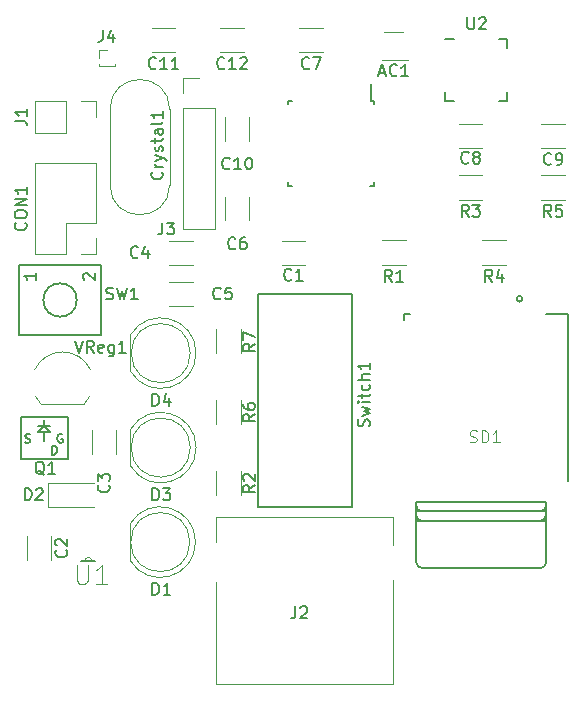
<source format=gto>
G04 #@! TF.FileFunction,Legend,Top*
%FSLAX46Y46*%
G04 Gerber Fmt 4.6, Leading zero omitted, Abs format (unit mm)*
G04 Created by KiCad (PCBNEW 4.0.7) date Sat Jan 27 20:56:11 2018*
%MOMM*%
%LPD*%
G01*
G04 APERTURE LIST*
%ADD10C,0.100000*%
%ADD11C,0.120000*%
%ADD12C,0.150000*%
%ADD13C,0.127000*%
%ADD14C,0.200000*%
%ADD15C,0.152400*%
%ADD16C,0.050000*%
G04 APERTURE END LIST*
D10*
D11*
X102475000Y-77260000D02*
X102475000Y-70860000D01*
X107525000Y-77260000D02*
X107525000Y-70860000D01*
X107525000Y-77260000D02*
G75*
G02X102475000Y-77260000I-2525000J0D01*
G01*
X107525000Y-70860000D02*
G75*
G03X102475000Y-70860000I-2525000J0D01*
G01*
X109720000Y-107500462D02*
G75*
G03X104170000Y-105955170I-2990000J462D01*
G01*
X109720000Y-107499538D02*
G75*
G02X104170000Y-109044830I-2990000J-462D01*
G01*
X109230000Y-107500000D02*
G75*
G03X109230000Y-107500000I-2500000J0D01*
G01*
X104170000Y-105955000D02*
X104170000Y-109045000D01*
X97250000Y-102500000D02*
X97250000Y-104500000D01*
X97250000Y-104500000D02*
X101150000Y-104500000D01*
X97250000Y-102500000D02*
X101150000Y-102500000D01*
X96130000Y-70170000D02*
X96130000Y-72830000D01*
X98730000Y-70170000D02*
X96130000Y-70170000D01*
X98730000Y-72830000D02*
X96130000Y-72830000D01*
X98730000Y-70170000D02*
X98730000Y-72830000D01*
X100000000Y-70170000D02*
X101330000Y-70170000D01*
X101330000Y-70170000D02*
X101330000Y-71500000D01*
X126460000Y-105390000D02*
X126460000Y-107720000D01*
X111470000Y-105390000D02*
X111470000Y-107510000D01*
X126460000Y-105390000D02*
X111470000Y-105390000D01*
X126460000Y-119480000D02*
X111470000Y-119480000D01*
X126460000Y-110680000D02*
X126460000Y-119480000D01*
X111470000Y-110880000D02*
X111470000Y-119480000D01*
D12*
X115000000Y-86500000D02*
X115000000Y-104500000D01*
X115000000Y-86500000D02*
X123000000Y-86500000D01*
X123000000Y-86500000D02*
X123000000Y-104500000D01*
X115000000Y-104500000D02*
X123000000Y-104500000D01*
D11*
X125500000Y-66650000D02*
X127700000Y-66650000D01*
X125700000Y-64350000D02*
X127300000Y-64350000D01*
D12*
X136125000Y-64875000D02*
X136125000Y-65625000D01*
X130875000Y-70125000D02*
X130875000Y-69375000D01*
X136125000Y-70125000D02*
X136125000Y-69375000D01*
X130875000Y-64875000D02*
X131625000Y-64875000D01*
X130875000Y-70125000D02*
X131625000Y-70125000D01*
X136125000Y-70125000D02*
X135375000Y-70125000D01*
X136125000Y-64875000D02*
X135375000Y-64875000D01*
D11*
X101330000Y-75380000D02*
X96130000Y-75380000D01*
X101330000Y-80520000D02*
X101330000Y-75380000D01*
X96130000Y-83120000D02*
X96130000Y-75380000D01*
X101330000Y-80520000D02*
X98730000Y-80520000D01*
X98730000Y-80520000D02*
X98730000Y-83120000D01*
X98730000Y-83120000D02*
X96130000Y-83120000D01*
X101330000Y-81790000D02*
X101330000Y-83120000D01*
X101330000Y-83120000D02*
X100000000Y-83120000D01*
X109760000Y-99500462D02*
G75*
G03X104210000Y-97955170I-2990000J462D01*
G01*
X109760000Y-99499538D02*
G75*
G02X104210000Y-101044830I-2990000J-462D01*
G01*
X109270000Y-99500000D02*
G75*
G03X109270000Y-99500000I-2500000J0D01*
G01*
X104210000Y-97955000D02*
X104210000Y-101045000D01*
X109760000Y-91500462D02*
G75*
G03X104210000Y-89955170I-2990000J462D01*
G01*
X109760000Y-91499538D02*
G75*
G02X104210000Y-93044830I-2990000J-462D01*
G01*
X109270000Y-91500000D02*
G75*
G03X109270000Y-91500000I-2500000J0D01*
G01*
X104210000Y-89955000D02*
X104210000Y-93045000D01*
X113570000Y-95500000D02*
X113570000Y-97500000D01*
X111430000Y-97500000D02*
X111430000Y-95500000D01*
X113570000Y-89500000D02*
X113570000Y-91500000D01*
X111430000Y-91500000D02*
X111430000Y-89500000D01*
D13*
X139400000Y-104400000D02*
X139400000Y-104900000D01*
X139400000Y-104900000D02*
X138900000Y-104900000D01*
X138900000Y-104900000D02*
X128900000Y-104900000D01*
X128900000Y-104900000D02*
X128400000Y-104900000D01*
X128400000Y-104900000D02*
X128400000Y-104400000D01*
X139400000Y-105200000D02*
X139400000Y-105700000D01*
X139400000Y-105700000D02*
X138900000Y-105700000D01*
X138900000Y-105700000D02*
X128900000Y-105700000D01*
X128900000Y-105700000D02*
X128400000Y-105700000D01*
X128400000Y-105700000D02*
X128400000Y-105200000D01*
X128400000Y-104100000D02*
X139400000Y-104100000D01*
X138900000Y-109700000D02*
X128900000Y-109700000D01*
X139400000Y-104100000D02*
X139400000Y-104400000D01*
X139400000Y-104400000D02*
G75*
G02X138900000Y-104900000I-500000J0D01*
G01*
X139400000Y-104900000D02*
X139400000Y-105200000D01*
X139400000Y-105200000D02*
G75*
G02X138900000Y-105700000I-500000J0D01*
G01*
X139400000Y-105700000D02*
X139400000Y-109200000D01*
X139400000Y-109200000D02*
G75*
G02X138900000Y-109700000I-500000J0D01*
G01*
X128400000Y-104100000D02*
X128400000Y-104400000D01*
X128400000Y-104400000D02*
G75*
G03X128900000Y-104900000I500000J0D01*
G01*
X128400000Y-104900000D02*
X128400000Y-105200000D01*
X128400000Y-105200000D02*
G75*
G03X128900000Y-105700000I500000J0D01*
G01*
X128400000Y-105700000D02*
X128400000Y-109200000D01*
X128400000Y-109200000D02*
G75*
G03X128900000Y-109700000I500000J0D01*
G01*
X127850000Y-88150000D02*
X127400000Y-88150000D01*
X127400000Y-88150000D02*
X127400000Y-88700000D01*
X139400000Y-88150000D02*
X141250000Y-88150000D01*
X141250000Y-88150000D02*
X141250000Y-102300000D01*
D14*
X137400000Y-86900000D02*
G75*
G03X137400000Y-86900000I-250000J0D01*
G01*
D11*
X101505000Y-67185000D02*
X102895000Y-67185000D01*
X101505000Y-67185000D02*
X101505000Y-67060000D01*
X102895000Y-67185000D02*
X102895000Y-67060000D01*
X101505000Y-67185000D02*
X101591724Y-67185000D01*
X102808276Y-67185000D02*
X102895000Y-67185000D01*
X101505000Y-66500000D02*
X101505000Y-65815000D01*
X101505000Y-65815000D02*
X102200000Y-65815000D01*
X125500000Y-81930000D02*
X127500000Y-81930000D01*
X127500000Y-84070000D02*
X125500000Y-84070000D01*
X113570000Y-101500000D02*
X113570000Y-103500000D01*
X111430000Y-103500000D02*
X111430000Y-101500000D01*
X134000000Y-78570000D02*
X132000000Y-78570000D01*
X132000000Y-76430000D02*
X134000000Y-76430000D01*
X136000000Y-84070000D02*
X134000000Y-84070000D01*
X134000000Y-81930000D02*
X136000000Y-81930000D01*
X139000000Y-76430000D02*
X141000000Y-76430000D01*
X141000000Y-78570000D02*
X139000000Y-78570000D01*
D15*
X100018400Y-109109400D02*
X100323200Y-109109400D01*
X100323200Y-109109400D02*
X100932800Y-109109400D01*
X100932800Y-109109400D02*
X101237600Y-109109400D01*
D10*
X100323200Y-109109400D02*
G75*
G02X100932800Y-109109400I304800J0D01*
G01*
D11*
X108670000Y-80990000D02*
X111330000Y-80990000D01*
X108670000Y-70770000D02*
X108670000Y-80990000D01*
X111330000Y-70770000D02*
X111330000Y-80990000D01*
X108670000Y-70770000D02*
X111330000Y-70770000D01*
X108670000Y-69500000D02*
X108670000Y-68170000D01*
X108670000Y-68170000D02*
X110000000Y-68170000D01*
X117000000Y-84020000D02*
X119000000Y-84020000D01*
X119000000Y-81980000D02*
X117000000Y-81980000D01*
X97520000Y-109000000D02*
X97520000Y-107000000D01*
X95480000Y-107000000D02*
X95480000Y-109000000D01*
X100980000Y-98000000D02*
X100980000Y-100000000D01*
X103020000Y-100000000D02*
X103020000Y-98000000D01*
X107500000Y-84020000D02*
X109500000Y-84020000D01*
X109500000Y-81980000D02*
X107500000Y-81980000D01*
X109500000Y-85480000D02*
X107500000Y-85480000D01*
X107500000Y-87520000D02*
X109500000Y-87520000D01*
X114270000Y-80250000D02*
X114270000Y-78250000D01*
X112230000Y-78250000D02*
X112230000Y-80250000D01*
X120500000Y-63980000D02*
X118500000Y-63980000D01*
X118500000Y-66020000D02*
X120500000Y-66020000D01*
X134000000Y-72080000D02*
X132000000Y-72080000D01*
X132000000Y-74120000D02*
X134000000Y-74120000D01*
X141000000Y-72080000D02*
X139000000Y-72080000D01*
X139000000Y-74120000D02*
X141000000Y-74120000D01*
X112230000Y-71500000D02*
X112230000Y-73500000D01*
X114270000Y-73500000D02*
X114270000Y-71500000D01*
X96660000Y-95850000D02*
X100260000Y-95850000D01*
X96135816Y-95122795D02*
G75*
G03X96660000Y-95850000I2324184J1122795D01*
G01*
X96103600Y-92901193D02*
G75*
G02X98460000Y-91400000I2356400J-1098807D01*
G01*
X100816400Y-92901193D02*
G75*
G03X98460000Y-91400000I-2356400J-1098807D01*
G01*
X100784184Y-95122795D02*
G75*
G02X100260000Y-95850000I-2324184J1122795D01*
G01*
X106000000Y-66020000D02*
X108000000Y-66020000D01*
X108000000Y-63980000D02*
X106000000Y-63980000D01*
X111800000Y-66020000D02*
X113800000Y-66020000D01*
X113800000Y-63980000D02*
X111800000Y-63980000D01*
D12*
X124825000Y-70125000D02*
X124600000Y-70125000D01*
X124825000Y-77375000D02*
X124500000Y-77375000D01*
X117575000Y-77375000D02*
X117900000Y-77375000D01*
X117575000Y-70125000D02*
X117900000Y-70125000D01*
X124825000Y-70125000D02*
X124825000Y-70450000D01*
X117575000Y-70125000D02*
X117575000Y-70450000D01*
X117575000Y-77375000D02*
X117575000Y-77050000D01*
X124825000Y-77375000D02*
X124825000Y-77050000D01*
X124600000Y-70125000D02*
X124600000Y-68700000D01*
X96900000Y-97700000D02*
X96900000Y-97200000D01*
X96900000Y-98950000D02*
X96900000Y-98200000D01*
X96400000Y-98200000D02*
X97400000Y-98200000D01*
X96900000Y-97700000D02*
X96400000Y-98200000D01*
X97400000Y-98200000D02*
X96900000Y-97700000D01*
X97400000Y-97700000D02*
X96400000Y-97700000D01*
X98900000Y-96950000D02*
X98900000Y-100450000D01*
X94900000Y-96950000D02*
X98900000Y-96950000D01*
X94900000Y-100450000D02*
X94900000Y-96950000D01*
X98900000Y-100450000D02*
X94900000Y-100450000D01*
X99664214Y-87000000D02*
G75*
G03X99664214Y-87000000I-1414214J0D01*
G01*
X101750000Y-90000000D02*
X94750000Y-90000000D01*
X101750000Y-84000000D02*
X101750000Y-90000000D01*
X94750000Y-84000000D02*
X101750000Y-84000000D01*
X94750000Y-90000000D02*
X94750000Y-84000000D01*
X106857143Y-76161905D02*
X106904762Y-76209524D01*
X106952381Y-76352381D01*
X106952381Y-76447619D01*
X106904762Y-76590477D01*
X106809524Y-76685715D01*
X106714286Y-76733334D01*
X106523810Y-76780953D01*
X106380952Y-76780953D01*
X106190476Y-76733334D01*
X106095238Y-76685715D01*
X106000000Y-76590477D01*
X105952381Y-76447619D01*
X105952381Y-76352381D01*
X106000000Y-76209524D01*
X106047619Y-76161905D01*
X106952381Y-75733334D02*
X106285714Y-75733334D01*
X106476190Y-75733334D02*
X106380952Y-75685715D01*
X106333333Y-75638096D01*
X106285714Y-75542858D01*
X106285714Y-75447619D01*
X106285714Y-75209524D02*
X106952381Y-74971429D01*
X106285714Y-74733333D02*
X106952381Y-74971429D01*
X107190476Y-75066667D01*
X107238095Y-75114286D01*
X107285714Y-75209524D01*
X106904762Y-74400000D02*
X106952381Y-74304762D01*
X106952381Y-74114286D01*
X106904762Y-74019047D01*
X106809524Y-73971428D01*
X106761905Y-73971428D01*
X106666667Y-74019047D01*
X106619048Y-74114286D01*
X106619048Y-74257143D01*
X106571429Y-74352381D01*
X106476190Y-74400000D01*
X106428571Y-74400000D01*
X106333333Y-74352381D01*
X106285714Y-74257143D01*
X106285714Y-74114286D01*
X106333333Y-74019047D01*
X106285714Y-73685714D02*
X106285714Y-73304762D01*
X105952381Y-73542857D02*
X106809524Y-73542857D01*
X106904762Y-73495238D01*
X106952381Y-73400000D01*
X106952381Y-73304762D01*
X106952381Y-72542856D02*
X106428571Y-72542856D01*
X106333333Y-72590475D01*
X106285714Y-72685713D01*
X106285714Y-72876190D01*
X106333333Y-72971428D01*
X106904762Y-72542856D02*
X106952381Y-72638094D01*
X106952381Y-72876190D01*
X106904762Y-72971428D01*
X106809524Y-73019047D01*
X106714286Y-73019047D01*
X106619048Y-72971428D01*
X106571429Y-72876190D01*
X106571429Y-72638094D01*
X106523810Y-72542856D01*
X106952381Y-71923809D02*
X106904762Y-72019047D01*
X106809524Y-72066666D01*
X105952381Y-72066666D01*
X106952381Y-71019046D02*
X106952381Y-71590475D01*
X106952381Y-71304761D02*
X105952381Y-71304761D01*
X106095238Y-71399999D01*
X106190476Y-71495237D01*
X106238095Y-71590475D01*
X106061905Y-111952381D02*
X106061905Y-110952381D01*
X106300000Y-110952381D01*
X106442858Y-111000000D01*
X106538096Y-111095238D01*
X106585715Y-111190476D01*
X106633334Y-111380952D01*
X106633334Y-111523810D01*
X106585715Y-111714286D01*
X106538096Y-111809524D01*
X106442858Y-111904762D01*
X106300000Y-111952381D01*
X106061905Y-111952381D01*
X107585715Y-111952381D02*
X107014286Y-111952381D01*
X107300000Y-111952381D02*
X107300000Y-110952381D01*
X107204762Y-111095238D01*
X107109524Y-111190476D01*
X107014286Y-111238095D01*
X95261905Y-103952381D02*
X95261905Y-102952381D01*
X95500000Y-102952381D01*
X95642858Y-103000000D01*
X95738096Y-103095238D01*
X95785715Y-103190476D01*
X95833334Y-103380952D01*
X95833334Y-103523810D01*
X95785715Y-103714286D01*
X95738096Y-103809524D01*
X95642858Y-103904762D01*
X95500000Y-103952381D01*
X95261905Y-103952381D01*
X96214286Y-103047619D02*
X96261905Y-103000000D01*
X96357143Y-102952381D01*
X96595239Y-102952381D01*
X96690477Y-103000000D01*
X96738096Y-103047619D01*
X96785715Y-103142857D01*
X96785715Y-103238095D01*
X96738096Y-103380952D01*
X96166667Y-103952381D01*
X96785715Y-103952381D01*
X94452381Y-71833333D02*
X95166667Y-71833333D01*
X95309524Y-71880953D01*
X95404762Y-71976191D01*
X95452381Y-72119048D01*
X95452381Y-72214286D01*
X95452381Y-70833333D02*
X95452381Y-71404762D01*
X95452381Y-71119048D02*
X94452381Y-71119048D01*
X94595238Y-71214286D01*
X94690476Y-71309524D01*
X94738095Y-71404762D01*
X118166667Y-112952381D02*
X118166667Y-113666667D01*
X118119047Y-113809524D01*
X118023809Y-113904762D01*
X117880952Y-113952381D01*
X117785714Y-113952381D01*
X118595238Y-113047619D02*
X118642857Y-113000000D01*
X118738095Y-112952381D01*
X118976191Y-112952381D01*
X119071429Y-113000000D01*
X119119048Y-113047619D01*
X119166667Y-113142857D01*
X119166667Y-113238095D01*
X119119048Y-113380952D01*
X118547619Y-113952381D01*
X119166667Y-113952381D01*
X124404762Y-97690476D02*
X124452381Y-97547619D01*
X124452381Y-97309523D01*
X124404762Y-97214285D01*
X124357143Y-97166666D01*
X124261905Y-97119047D01*
X124166667Y-97119047D01*
X124071429Y-97166666D01*
X124023810Y-97214285D01*
X123976190Y-97309523D01*
X123928571Y-97500000D01*
X123880952Y-97595238D01*
X123833333Y-97642857D01*
X123738095Y-97690476D01*
X123642857Y-97690476D01*
X123547619Y-97642857D01*
X123500000Y-97595238D01*
X123452381Y-97500000D01*
X123452381Y-97261904D01*
X123500000Y-97119047D01*
X123785714Y-96785714D02*
X124452381Y-96595238D01*
X123976190Y-96404761D01*
X124452381Y-96214285D01*
X123785714Y-96023809D01*
X124452381Y-95642857D02*
X123785714Y-95642857D01*
X123452381Y-95642857D02*
X123500000Y-95690476D01*
X123547619Y-95642857D01*
X123500000Y-95595238D01*
X123452381Y-95642857D01*
X123547619Y-95642857D01*
X123785714Y-95309524D02*
X123785714Y-94928572D01*
X123452381Y-95166667D02*
X124309524Y-95166667D01*
X124404762Y-95119048D01*
X124452381Y-95023810D01*
X124452381Y-94928572D01*
X124404762Y-94166666D02*
X124452381Y-94261904D01*
X124452381Y-94452381D01*
X124404762Y-94547619D01*
X124357143Y-94595238D01*
X124261905Y-94642857D01*
X123976190Y-94642857D01*
X123880952Y-94595238D01*
X123833333Y-94547619D01*
X123785714Y-94452381D01*
X123785714Y-94261904D01*
X123833333Y-94166666D01*
X124452381Y-93738095D02*
X123452381Y-93738095D01*
X124452381Y-93309523D02*
X123928571Y-93309523D01*
X123833333Y-93357142D01*
X123785714Y-93452380D01*
X123785714Y-93595238D01*
X123833333Y-93690476D01*
X123880952Y-93738095D01*
X124452381Y-92309523D02*
X124452381Y-92880952D01*
X124452381Y-92595238D02*
X123452381Y-92595238D01*
X123595238Y-92690476D01*
X123690476Y-92785714D01*
X123738095Y-92880952D01*
X125285714Y-67766667D02*
X125761905Y-67766667D01*
X125190476Y-68052381D02*
X125523809Y-67052381D01*
X125857143Y-68052381D01*
X126761905Y-67957143D02*
X126714286Y-68004762D01*
X126571429Y-68052381D01*
X126476191Y-68052381D01*
X126333333Y-68004762D01*
X126238095Y-67909524D01*
X126190476Y-67814286D01*
X126142857Y-67623810D01*
X126142857Y-67480952D01*
X126190476Y-67290476D01*
X126238095Y-67195238D01*
X126333333Y-67100000D01*
X126476191Y-67052381D01*
X126571429Y-67052381D01*
X126714286Y-67100000D01*
X126761905Y-67147619D01*
X127714286Y-68052381D02*
X127142857Y-68052381D01*
X127428571Y-68052381D02*
X127428571Y-67052381D01*
X127333333Y-67195238D01*
X127238095Y-67290476D01*
X127142857Y-67338095D01*
X132738095Y-63077381D02*
X132738095Y-63886905D01*
X132785714Y-63982143D01*
X132833333Y-64029762D01*
X132928571Y-64077381D01*
X133119048Y-64077381D01*
X133214286Y-64029762D01*
X133261905Y-63982143D01*
X133309524Y-63886905D01*
X133309524Y-63077381D01*
X133738095Y-63172619D02*
X133785714Y-63125000D01*
X133880952Y-63077381D01*
X134119048Y-63077381D01*
X134214286Y-63125000D01*
X134261905Y-63172619D01*
X134309524Y-63267857D01*
X134309524Y-63363095D01*
X134261905Y-63505952D01*
X133690476Y-64077381D01*
X134309524Y-64077381D01*
X95317143Y-80464285D02*
X95364762Y-80511904D01*
X95412381Y-80654761D01*
X95412381Y-80749999D01*
X95364762Y-80892857D01*
X95269524Y-80988095D01*
X95174286Y-81035714D01*
X94983810Y-81083333D01*
X94840952Y-81083333D01*
X94650476Y-81035714D01*
X94555238Y-80988095D01*
X94460000Y-80892857D01*
X94412381Y-80749999D01*
X94412381Y-80654761D01*
X94460000Y-80511904D01*
X94507619Y-80464285D01*
X94412381Y-79845238D02*
X94412381Y-79654761D01*
X94460000Y-79559523D01*
X94555238Y-79464285D01*
X94745714Y-79416666D01*
X95079048Y-79416666D01*
X95269524Y-79464285D01*
X95364762Y-79559523D01*
X95412381Y-79654761D01*
X95412381Y-79845238D01*
X95364762Y-79940476D01*
X95269524Y-80035714D01*
X95079048Y-80083333D01*
X94745714Y-80083333D01*
X94555238Y-80035714D01*
X94460000Y-79940476D01*
X94412381Y-79845238D01*
X95412381Y-78988095D02*
X94412381Y-78988095D01*
X95412381Y-78416666D01*
X94412381Y-78416666D01*
X95412381Y-77416666D02*
X95412381Y-77988095D01*
X95412381Y-77702381D02*
X94412381Y-77702381D01*
X94555238Y-77797619D01*
X94650476Y-77892857D01*
X94698095Y-77988095D01*
X106061905Y-103952381D02*
X106061905Y-102952381D01*
X106300000Y-102952381D01*
X106442858Y-103000000D01*
X106538096Y-103095238D01*
X106585715Y-103190476D01*
X106633334Y-103380952D01*
X106633334Y-103523810D01*
X106585715Y-103714286D01*
X106538096Y-103809524D01*
X106442858Y-103904762D01*
X106300000Y-103952381D01*
X106061905Y-103952381D01*
X106966667Y-102952381D02*
X107585715Y-102952381D01*
X107252381Y-103333333D01*
X107395239Y-103333333D01*
X107490477Y-103380952D01*
X107538096Y-103428571D01*
X107585715Y-103523810D01*
X107585715Y-103761905D01*
X107538096Y-103857143D01*
X107490477Y-103904762D01*
X107395239Y-103952381D01*
X107109524Y-103952381D01*
X107014286Y-103904762D01*
X106966667Y-103857143D01*
X106061905Y-95952381D02*
X106061905Y-94952381D01*
X106300000Y-94952381D01*
X106442858Y-95000000D01*
X106538096Y-95095238D01*
X106585715Y-95190476D01*
X106633334Y-95380952D01*
X106633334Y-95523810D01*
X106585715Y-95714286D01*
X106538096Y-95809524D01*
X106442858Y-95904762D01*
X106300000Y-95952381D01*
X106061905Y-95952381D01*
X107490477Y-95285714D02*
X107490477Y-95952381D01*
X107252381Y-94904762D02*
X107014286Y-95619048D01*
X107633334Y-95619048D01*
X114752381Y-96666666D02*
X114276190Y-97000000D01*
X114752381Y-97238095D02*
X113752381Y-97238095D01*
X113752381Y-96857142D01*
X113800000Y-96761904D01*
X113847619Y-96714285D01*
X113942857Y-96666666D01*
X114085714Y-96666666D01*
X114180952Y-96714285D01*
X114228571Y-96761904D01*
X114276190Y-96857142D01*
X114276190Y-97238095D01*
X113752381Y-95809523D02*
X113752381Y-96000000D01*
X113800000Y-96095238D01*
X113847619Y-96142857D01*
X113990476Y-96238095D01*
X114180952Y-96285714D01*
X114561905Y-96285714D01*
X114657143Y-96238095D01*
X114704762Y-96190476D01*
X114752381Y-96095238D01*
X114752381Y-95904761D01*
X114704762Y-95809523D01*
X114657143Y-95761904D01*
X114561905Y-95714285D01*
X114323810Y-95714285D01*
X114228571Y-95761904D01*
X114180952Y-95809523D01*
X114133333Y-95904761D01*
X114133333Y-96095238D01*
X114180952Y-96190476D01*
X114228571Y-96238095D01*
X114323810Y-96285714D01*
X114752381Y-90716666D02*
X114276190Y-91050000D01*
X114752381Y-91288095D02*
X113752381Y-91288095D01*
X113752381Y-90907142D01*
X113800000Y-90811904D01*
X113847619Y-90764285D01*
X113942857Y-90716666D01*
X114085714Y-90716666D01*
X114180952Y-90764285D01*
X114228571Y-90811904D01*
X114276190Y-90907142D01*
X114276190Y-91288095D01*
X113752381Y-90383333D02*
X113752381Y-89716666D01*
X114752381Y-90145238D01*
D16*
X132934915Y-99005782D02*
X133078132Y-99053521D01*
X133316828Y-99053521D01*
X133412306Y-99005782D01*
X133460045Y-98958043D01*
X133507784Y-98862565D01*
X133507784Y-98767087D01*
X133460045Y-98671609D01*
X133412306Y-98623870D01*
X133316828Y-98576130D01*
X133125871Y-98528391D01*
X133030393Y-98480652D01*
X132982654Y-98432913D01*
X132934915Y-98337435D01*
X132934915Y-98241957D01*
X132982654Y-98146479D01*
X133030393Y-98098740D01*
X133125871Y-98051001D01*
X133364567Y-98051001D01*
X133507784Y-98098740D01*
X133937435Y-99053521D02*
X133937435Y-98051001D01*
X134176130Y-98051001D01*
X134319348Y-98098740D01*
X134414826Y-98194218D01*
X134462565Y-98289696D01*
X134510304Y-98480652D01*
X134510304Y-98623870D01*
X134462565Y-98814826D01*
X134414826Y-98910304D01*
X134319348Y-99005782D01*
X134176130Y-99053521D01*
X133937435Y-99053521D01*
X135465085Y-99053521D02*
X134892216Y-99053521D01*
X135178650Y-99053521D02*
X135178650Y-98051001D01*
X135083172Y-98194218D01*
X134987694Y-98289696D01*
X134892216Y-98337435D01*
D12*
X101866667Y-64152381D02*
X101866667Y-64866667D01*
X101819047Y-65009524D01*
X101723809Y-65104762D01*
X101580952Y-65152381D01*
X101485714Y-65152381D01*
X102771429Y-64485714D02*
X102771429Y-65152381D01*
X102533333Y-64104762D02*
X102295238Y-64819048D01*
X102914286Y-64819048D01*
X126333334Y-85452381D02*
X126000000Y-84976190D01*
X125761905Y-85452381D02*
X125761905Y-84452381D01*
X126142858Y-84452381D01*
X126238096Y-84500000D01*
X126285715Y-84547619D01*
X126333334Y-84642857D01*
X126333334Y-84785714D01*
X126285715Y-84880952D01*
X126238096Y-84928571D01*
X126142858Y-84976190D01*
X125761905Y-84976190D01*
X127285715Y-85452381D02*
X126714286Y-85452381D01*
X127000000Y-85452381D02*
X127000000Y-84452381D01*
X126904762Y-84595238D01*
X126809524Y-84690476D01*
X126714286Y-84738095D01*
X114752381Y-102666666D02*
X114276190Y-103000000D01*
X114752381Y-103238095D02*
X113752381Y-103238095D01*
X113752381Y-102857142D01*
X113800000Y-102761904D01*
X113847619Y-102714285D01*
X113942857Y-102666666D01*
X114085714Y-102666666D01*
X114180952Y-102714285D01*
X114228571Y-102761904D01*
X114276190Y-102857142D01*
X114276190Y-103238095D01*
X113847619Y-102285714D02*
X113800000Y-102238095D01*
X113752381Y-102142857D01*
X113752381Y-101904761D01*
X113800000Y-101809523D01*
X113847619Y-101761904D01*
X113942857Y-101714285D01*
X114038095Y-101714285D01*
X114180952Y-101761904D01*
X114752381Y-102333333D01*
X114752381Y-101714285D01*
X132833334Y-79952381D02*
X132500000Y-79476190D01*
X132261905Y-79952381D02*
X132261905Y-78952381D01*
X132642858Y-78952381D01*
X132738096Y-79000000D01*
X132785715Y-79047619D01*
X132833334Y-79142857D01*
X132833334Y-79285714D01*
X132785715Y-79380952D01*
X132738096Y-79428571D01*
X132642858Y-79476190D01*
X132261905Y-79476190D01*
X133166667Y-78952381D02*
X133785715Y-78952381D01*
X133452381Y-79333333D01*
X133595239Y-79333333D01*
X133690477Y-79380952D01*
X133738096Y-79428571D01*
X133785715Y-79523810D01*
X133785715Y-79761905D01*
X133738096Y-79857143D01*
X133690477Y-79904762D01*
X133595239Y-79952381D01*
X133309524Y-79952381D01*
X133214286Y-79904762D01*
X133166667Y-79857143D01*
X134833334Y-85452381D02*
X134500000Y-84976190D01*
X134261905Y-85452381D02*
X134261905Y-84452381D01*
X134642858Y-84452381D01*
X134738096Y-84500000D01*
X134785715Y-84547619D01*
X134833334Y-84642857D01*
X134833334Y-84785714D01*
X134785715Y-84880952D01*
X134738096Y-84928571D01*
X134642858Y-84976190D01*
X134261905Y-84976190D01*
X135690477Y-84785714D02*
X135690477Y-85452381D01*
X135452381Y-84404762D02*
X135214286Y-85119048D01*
X135833334Y-85119048D01*
X139833334Y-79952381D02*
X139500000Y-79476190D01*
X139261905Y-79952381D02*
X139261905Y-78952381D01*
X139642858Y-78952381D01*
X139738096Y-79000000D01*
X139785715Y-79047619D01*
X139833334Y-79142857D01*
X139833334Y-79285714D01*
X139785715Y-79380952D01*
X139738096Y-79428571D01*
X139642858Y-79476190D01*
X139261905Y-79476190D01*
X140738096Y-78952381D02*
X140261905Y-78952381D01*
X140214286Y-79428571D01*
X140261905Y-79380952D01*
X140357143Y-79333333D01*
X140595239Y-79333333D01*
X140690477Y-79380952D01*
X140738096Y-79428571D01*
X140785715Y-79523810D01*
X140785715Y-79761905D01*
X140738096Y-79857143D01*
X140690477Y-79904762D01*
X140595239Y-79952381D01*
X140357143Y-79952381D01*
X140261905Y-79904762D01*
X140214286Y-79857143D01*
D16*
X99648221Y-109400284D02*
X99648221Y-110730299D01*
X99726457Y-110886771D01*
X99804693Y-110965008D01*
X99961166Y-111043244D01*
X100274110Y-111043244D01*
X100430583Y-110965008D01*
X100508819Y-110886771D01*
X100587055Y-110730299D01*
X100587055Y-109400284D01*
X102230015Y-111043244D02*
X101291181Y-111043244D01*
X101760598Y-111043244D02*
X101760598Y-109400284D01*
X101604126Y-109634992D01*
X101447653Y-109791465D01*
X101291181Y-109869701D01*
D12*
X106916667Y-80452381D02*
X106916667Y-81166667D01*
X106869047Y-81309524D01*
X106773809Y-81404762D01*
X106630952Y-81452381D01*
X106535714Y-81452381D01*
X107297619Y-80452381D02*
X107916667Y-80452381D01*
X107583333Y-80833333D01*
X107726191Y-80833333D01*
X107821429Y-80880952D01*
X107869048Y-80928571D01*
X107916667Y-81023810D01*
X107916667Y-81261905D01*
X107869048Y-81357143D01*
X107821429Y-81404762D01*
X107726191Y-81452381D01*
X107440476Y-81452381D01*
X107345238Y-81404762D01*
X107297619Y-81357143D01*
X117833334Y-85257143D02*
X117785715Y-85304762D01*
X117642858Y-85352381D01*
X117547620Y-85352381D01*
X117404762Y-85304762D01*
X117309524Y-85209524D01*
X117261905Y-85114286D01*
X117214286Y-84923810D01*
X117214286Y-84780952D01*
X117261905Y-84590476D01*
X117309524Y-84495238D01*
X117404762Y-84400000D01*
X117547620Y-84352381D01*
X117642858Y-84352381D01*
X117785715Y-84400000D01*
X117833334Y-84447619D01*
X118785715Y-85352381D02*
X118214286Y-85352381D01*
X118500000Y-85352381D02*
X118500000Y-84352381D01*
X118404762Y-84495238D01*
X118309524Y-84590476D01*
X118214286Y-84638095D01*
X98757143Y-108166666D02*
X98804762Y-108214285D01*
X98852381Y-108357142D01*
X98852381Y-108452380D01*
X98804762Y-108595238D01*
X98709524Y-108690476D01*
X98614286Y-108738095D01*
X98423810Y-108785714D01*
X98280952Y-108785714D01*
X98090476Y-108738095D01*
X97995238Y-108690476D01*
X97900000Y-108595238D01*
X97852381Y-108452380D01*
X97852381Y-108357142D01*
X97900000Y-108214285D01*
X97947619Y-108166666D01*
X97947619Y-107785714D02*
X97900000Y-107738095D01*
X97852381Y-107642857D01*
X97852381Y-107404761D01*
X97900000Y-107309523D01*
X97947619Y-107261904D01*
X98042857Y-107214285D01*
X98138095Y-107214285D01*
X98280952Y-107261904D01*
X98852381Y-107833333D01*
X98852381Y-107214285D01*
X102357143Y-102666666D02*
X102404762Y-102714285D01*
X102452381Y-102857142D01*
X102452381Y-102952380D01*
X102404762Y-103095238D01*
X102309524Y-103190476D01*
X102214286Y-103238095D01*
X102023810Y-103285714D01*
X101880952Y-103285714D01*
X101690476Y-103238095D01*
X101595238Y-103190476D01*
X101500000Y-103095238D01*
X101452381Y-102952380D01*
X101452381Y-102857142D01*
X101500000Y-102714285D01*
X101547619Y-102666666D01*
X101452381Y-102333333D02*
X101452381Y-101714285D01*
X101833333Y-102047619D01*
X101833333Y-101904761D01*
X101880952Y-101809523D01*
X101928571Y-101761904D01*
X102023810Y-101714285D01*
X102261905Y-101714285D01*
X102357143Y-101761904D01*
X102404762Y-101809523D01*
X102452381Y-101904761D01*
X102452381Y-102190476D01*
X102404762Y-102285714D01*
X102357143Y-102333333D01*
X104833334Y-83357143D02*
X104785715Y-83404762D01*
X104642858Y-83452381D01*
X104547620Y-83452381D01*
X104404762Y-83404762D01*
X104309524Y-83309524D01*
X104261905Y-83214286D01*
X104214286Y-83023810D01*
X104214286Y-82880952D01*
X104261905Y-82690476D01*
X104309524Y-82595238D01*
X104404762Y-82500000D01*
X104547620Y-82452381D01*
X104642858Y-82452381D01*
X104785715Y-82500000D01*
X104833334Y-82547619D01*
X105690477Y-82785714D02*
X105690477Y-83452381D01*
X105452381Y-82404762D02*
X105214286Y-83119048D01*
X105833334Y-83119048D01*
X111833334Y-86857143D02*
X111785715Y-86904762D01*
X111642858Y-86952381D01*
X111547620Y-86952381D01*
X111404762Y-86904762D01*
X111309524Y-86809524D01*
X111261905Y-86714286D01*
X111214286Y-86523810D01*
X111214286Y-86380952D01*
X111261905Y-86190476D01*
X111309524Y-86095238D01*
X111404762Y-86000000D01*
X111547620Y-85952381D01*
X111642858Y-85952381D01*
X111785715Y-86000000D01*
X111833334Y-86047619D01*
X112738096Y-85952381D02*
X112261905Y-85952381D01*
X112214286Y-86428571D01*
X112261905Y-86380952D01*
X112357143Y-86333333D01*
X112595239Y-86333333D01*
X112690477Y-86380952D01*
X112738096Y-86428571D01*
X112785715Y-86523810D01*
X112785715Y-86761905D01*
X112738096Y-86857143D01*
X112690477Y-86904762D01*
X112595239Y-86952381D01*
X112357143Y-86952381D01*
X112261905Y-86904762D01*
X112214286Y-86857143D01*
X113083334Y-82607143D02*
X113035715Y-82654762D01*
X112892858Y-82702381D01*
X112797620Y-82702381D01*
X112654762Y-82654762D01*
X112559524Y-82559524D01*
X112511905Y-82464286D01*
X112464286Y-82273810D01*
X112464286Y-82130952D01*
X112511905Y-81940476D01*
X112559524Y-81845238D01*
X112654762Y-81750000D01*
X112797620Y-81702381D01*
X112892858Y-81702381D01*
X113035715Y-81750000D01*
X113083334Y-81797619D01*
X113940477Y-81702381D02*
X113750000Y-81702381D01*
X113654762Y-81750000D01*
X113607143Y-81797619D01*
X113511905Y-81940476D01*
X113464286Y-82130952D01*
X113464286Y-82511905D01*
X113511905Y-82607143D01*
X113559524Y-82654762D01*
X113654762Y-82702381D01*
X113845239Y-82702381D01*
X113940477Y-82654762D01*
X113988096Y-82607143D01*
X114035715Y-82511905D01*
X114035715Y-82273810D01*
X113988096Y-82178571D01*
X113940477Y-82130952D01*
X113845239Y-82083333D01*
X113654762Y-82083333D01*
X113559524Y-82130952D01*
X113511905Y-82178571D01*
X113464286Y-82273810D01*
X119333334Y-67357143D02*
X119285715Y-67404762D01*
X119142858Y-67452381D01*
X119047620Y-67452381D01*
X118904762Y-67404762D01*
X118809524Y-67309524D01*
X118761905Y-67214286D01*
X118714286Y-67023810D01*
X118714286Y-66880952D01*
X118761905Y-66690476D01*
X118809524Y-66595238D01*
X118904762Y-66500000D01*
X119047620Y-66452381D01*
X119142858Y-66452381D01*
X119285715Y-66500000D01*
X119333334Y-66547619D01*
X119666667Y-66452381D02*
X120333334Y-66452381D01*
X119904762Y-67452381D01*
X132833334Y-75357143D02*
X132785715Y-75404762D01*
X132642858Y-75452381D01*
X132547620Y-75452381D01*
X132404762Y-75404762D01*
X132309524Y-75309524D01*
X132261905Y-75214286D01*
X132214286Y-75023810D01*
X132214286Y-74880952D01*
X132261905Y-74690476D01*
X132309524Y-74595238D01*
X132404762Y-74500000D01*
X132547620Y-74452381D01*
X132642858Y-74452381D01*
X132785715Y-74500000D01*
X132833334Y-74547619D01*
X133404762Y-74880952D02*
X133309524Y-74833333D01*
X133261905Y-74785714D01*
X133214286Y-74690476D01*
X133214286Y-74642857D01*
X133261905Y-74547619D01*
X133309524Y-74500000D01*
X133404762Y-74452381D01*
X133595239Y-74452381D01*
X133690477Y-74500000D01*
X133738096Y-74547619D01*
X133785715Y-74642857D01*
X133785715Y-74690476D01*
X133738096Y-74785714D01*
X133690477Y-74833333D01*
X133595239Y-74880952D01*
X133404762Y-74880952D01*
X133309524Y-74928571D01*
X133261905Y-74976190D01*
X133214286Y-75071429D01*
X133214286Y-75261905D01*
X133261905Y-75357143D01*
X133309524Y-75404762D01*
X133404762Y-75452381D01*
X133595239Y-75452381D01*
X133690477Y-75404762D01*
X133738096Y-75357143D01*
X133785715Y-75261905D01*
X133785715Y-75071429D01*
X133738096Y-74976190D01*
X133690477Y-74928571D01*
X133595239Y-74880952D01*
X139833334Y-75457143D02*
X139785715Y-75504762D01*
X139642858Y-75552381D01*
X139547620Y-75552381D01*
X139404762Y-75504762D01*
X139309524Y-75409524D01*
X139261905Y-75314286D01*
X139214286Y-75123810D01*
X139214286Y-74980952D01*
X139261905Y-74790476D01*
X139309524Y-74695238D01*
X139404762Y-74600000D01*
X139547620Y-74552381D01*
X139642858Y-74552381D01*
X139785715Y-74600000D01*
X139833334Y-74647619D01*
X140309524Y-75552381D02*
X140500000Y-75552381D01*
X140595239Y-75504762D01*
X140642858Y-75457143D01*
X140738096Y-75314286D01*
X140785715Y-75123810D01*
X140785715Y-74742857D01*
X140738096Y-74647619D01*
X140690477Y-74600000D01*
X140595239Y-74552381D01*
X140404762Y-74552381D01*
X140309524Y-74600000D01*
X140261905Y-74647619D01*
X140214286Y-74742857D01*
X140214286Y-74980952D01*
X140261905Y-75076190D01*
X140309524Y-75123810D01*
X140404762Y-75171429D01*
X140595239Y-75171429D01*
X140690477Y-75123810D01*
X140738096Y-75076190D01*
X140785715Y-74980952D01*
X112607143Y-75857143D02*
X112559524Y-75904762D01*
X112416667Y-75952381D01*
X112321429Y-75952381D01*
X112178571Y-75904762D01*
X112083333Y-75809524D01*
X112035714Y-75714286D01*
X111988095Y-75523810D01*
X111988095Y-75380952D01*
X112035714Y-75190476D01*
X112083333Y-75095238D01*
X112178571Y-75000000D01*
X112321429Y-74952381D01*
X112416667Y-74952381D01*
X112559524Y-75000000D01*
X112607143Y-75047619D01*
X113559524Y-75952381D02*
X112988095Y-75952381D01*
X113273809Y-75952381D02*
X113273809Y-74952381D01*
X113178571Y-75095238D01*
X113083333Y-75190476D01*
X112988095Y-75238095D01*
X114178571Y-74952381D02*
X114273810Y-74952381D01*
X114369048Y-75000000D01*
X114416667Y-75047619D01*
X114464286Y-75142857D01*
X114511905Y-75333333D01*
X114511905Y-75571429D01*
X114464286Y-75761905D01*
X114416667Y-75857143D01*
X114369048Y-75904762D01*
X114273810Y-75952381D01*
X114178571Y-75952381D01*
X114083333Y-75904762D01*
X114035714Y-75857143D01*
X113988095Y-75761905D01*
X113940476Y-75571429D01*
X113940476Y-75333333D01*
X113988095Y-75142857D01*
X114035714Y-75047619D01*
X114083333Y-75000000D01*
X114178571Y-74952381D01*
X99509524Y-90452381D02*
X99842857Y-91452381D01*
X100176191Y-90452381D01*
X101080953Y-91452381D02*
X100747619Y-90976190D01*
X100509524Y-91452381D02*
X100509524Y-90452381D01*
X100890477Y-90452381D01*
X100985715Y-90500000D01*
X101033334Y-90547619D01*
X101080953Y-90642857D01*
X101080953Y-90785714D01*
X101033334Y-90880952D01*
X100985715Y-90928571D01*
X100890477Y-90976190D01*
X100509524Y-90976190D01*
X101890477Y-91404762D02*
X101795239Y-91452381D01*
X101604762Y-91452381D01*
X101509524Y-91404762D01*
X101461905Y-91309524D01*
X101461905Y-90928571D01*
X101509524Y-90833333D01*
X101604762Y-90785714D01*
X101795239Y-90785714D01*
X101890477Y-90833333D01*
X101938096Y-90928571D01*
X101938096Y-91023810D01*
X101461905Y-91119048D01*
X102795239Y-90785714D02*
X102795239Y-91595238D01*
X102747620Y-91690476D01*
X102700001Y-91738095D01*
X102604762Y-91785714D01*
X102461905Y-91785714D01*
X102366667Y-91738095D01*
X102795239Y-91404762D02*
X102700001Y-91452381D01*
X102509524Y-91452381D01*
X102414286Y-91404762D01*
X102366667Y-91357143D01*
X102319048Y-91261905D01*
X102319048Y-90976190D01*
X102366667Y-90880952D01*
X102414286Y-90833333D01*
X102509524Y-90785714D01*
X102700001Y-90785714D01*
X102795239Y-90833333D01*
X103795239Y-91452381D02*
X103223810Y-91452381D01*
X103509524Y-91452381D02*
X103509524Y-90452381D01*
X103414286Y-90595238D01*
X103319048Y-90690476D01*
X103223810Y-90738095D01*
X106357143Y-67357143D02*
X106309524Y-67404762D01*
X106166667Y-67452381D01*
X106071429Y-67452381D01*
X105928571Y-67404762D01*
X105833333Y-67309524D01*
X105785714Y-67214286D01*
X105738095Y-67023810D01*
X105738095Y-66880952D01*
X105785714Y-66690476D01*
X105833333Y-66595238D01*
X105928571Y-66500000D01*
X106071429Y-66452381D01*
X106166667Y-66452381D01*
X106309524Y-66500000D01*
X106357143Y-66547619D01*
X107309524Y-67452381D02*
X106738095Y-67452381D01*
X107023809Y-67452381D02*
X107023809Y-66452381D01*
X106928571Y-66595238D01*
X106833333Y-66690476D01*
X106738095Y-66738095D01*
X108261905Y-67452381D02*
X107690476Y-67452381D01*
X107976190Y-67452381D02*
X107976190Y-66452381D01*
X107880952Y-66595238D01*
X107785714Y-66690476D01*
X107690476Y-66738095D01*
X112157143Y-67357143D02*
X112109524Y-67404762D01*
X111966667Y-67452381D01*
X111871429Y-67452381D01*
X111728571Y-67404762D01*
X111633333Y-67309524D01*
X111585714Y-67214286D01*
X111538095Y-67023810D01*
X111538095Y-66880952D01*
X111585714Y-66690476D01*
X111633333Y-66595238D01*
X111728571Y-66500000D01*
X111871429Y-66452381D01*
X111966667Y-66452381D01*
X112109524Y-66500000D01*
X112157143Y-66547619D01*
X113109524Y-67452381D02*
X112538095Y-67452381D01*
X112823809Y-67452381D02*
X112823809Y-66452381D01*
X112728571Y-66595238D01*
X112633333Y-66690476D01*
X112538095Y-66738095D01*
X113490476Y-66547619D02*
X113538095Y-66500000D01*
X113633333Y-66452381D01*
X113871429Y-66452381D01*
X113966667Y-66500000D01*
X114014286Y-66547619D01*
X114061905Y-66642857D01*
X114061905Y-66738095D01*
X114014286Y-66880952D01*
X113442857Y-67452381D01*
X114061905Y-67452381D01*
X96904762Y-101797619D02*
X96809524Y-101750000D01*
X96714286Y-101654762D01*
X96571429Y-101511905D01*
X96476190Y-101464286D01*
X96380952Y-101464286D01*
X96428571Y-101702381D02*
X96333333Y-101654762D01*
X96238095Y-101559524D01*
X96190476Y-101369048D01*
X96190476Y-101035714D01*
X96238095Y-100845238D01*
X96333333Y-100750000D01*
X96428571Y-100702381D01*
X96619048Y-100702381D01*
X96714286Y-100750000D01*
X96809524Y-100845238D01*
X96857143Y-101035714D01*
X96857143Y-101369048D01*
X96809524Y-101559524D01*
X96714286Y-101654762D01*
X96619048Y-101702381D01*
X96428571Y-101702381D01*
X97809524Y-101702381D02*
X97238095Y-101702381D01*
X97523809Y-101702381D02*
X97523809Y-100702381D01*
X97428571Y-100845238D01*
X97333333Y-100940476D01*
X97238095Y-100988095D01*
X95285714Y-99053571D02*
X95392857Y-99089286D01*
X95571428Y-99089286D01*
X95642857Y-99053571D01*
X95678571Y-99017857D01*
X95714286Y-98946429D01*
X95714286Y-98875000D01*
X95678571Y-98803571D01*
X95642857Y-98767857D01*
X95571428Y-98732143D01*
X95428571Y-98696429D01*
X95357143Y-98660714D01*
X95321428Y-98625000D01*
X95285714Y-98553571D01*
X95285714Y-98482143D01*
X95321428Y-98410714D01*
X95357143Y-98375000D01*
X95428571Y-98339286D01*
X95607143Y-98339286D01*
X95714286Y-98375000D01*
X98446429Y-98375000D02*
X98375000Y-98339286D01*
X98267857Y-98339286D01*
X98160714Y-98375000D01*
X98089286Y-98446429D01*
X98053571Y-98517857D01*
X98017857Y-98660714D01*
X98017857Y-98767857D01*
X98053571Y-98910714D01*
X98089286Y-98982143D01*
X98160714Y-99053571D01*
X98267857Y-99089286D01*
X98339286Y-99089286D01*
X98446429Y-99053571D01*
X98482143Y-99017857D01*
X98482143Y-98767857D01*
X98339286Y-98767857D01*
X97553571Y-100089286D02*
X97553571Y-99339286D01*
X97732143Y-99339286D01*
X97839286Y-99375000D01*
X97910714Y-99446429D01*
X97946429Y-99517857D01*
X97982143Y-99660714D01*
X97982143Y-99767857D01*
X97946429Y-99910714D01*
X97910714Y-99982143D01*
X97839286Y-100053571D01*
X97732143Y-100089286D01*
X97553571Y-100089286D01*
X102166667Y-86904762D02*
X102309524Y-86952381D01*
X102547620Y-86952381D01*
X102642858Y-86904762D01*
X102690477Y-86857143D01*
X102738096Y-86761905D01*
X102738096Y-86666667D01*
X102690477Y-86571429D01*
X102642858Y-86523810D01*
X102547620Y-86476190D01*
X102357143Y-86428571D01*
X102261905Y-86380952D01*
X102214286Y-86333333D01*
X102166667Y-86238095D01*
X102166667Y-86142857D01*
X102214286Y-86047619D01*
X102261905Y-86000000D01*
X102357143Y-85952381D01*
X102595239Y-85952381D01*
X102738096Y-86000000D01*
X103071429Y-85952381D02*
X103309524Y-86952381D01*
X103500001Y-86238095D01*
X103690477Y-86952381D01*
X103928572Y-85952381D01*
X104833334Y-86952381D02*
X104261905Y-86952381D01*
X104547619Y-86952381D02*
X104547619Y-85952381D01*
X104452381Y-86095238D01*
X104357143Y-86190476D01*
X104261905Y-86238095D01*
X100297619Y-85285714D02*
X100250000Y-85238095D01*
X100202381Y-85142857D01*
X100202381Y-84904761D01*
X100250000Y-84809523D01*
X100297619Y-84761904D01*
X100392857Y-84714285D01*
X100488095Y-84714285D01*
X100630952Y-84761904D01*
X101202381Y-85333333D01*
X101202381Y-84714285D01*
X96202381Y-84714285D02*
X96202381Y-85285714D01*
X96202381Y-85000000D02*
X95202381Y-85000000D01*
X95345238Y-85095238D01*
X95440476Y-85190476D01*
X95488095Y-85285714D01*
M02*

</source>
